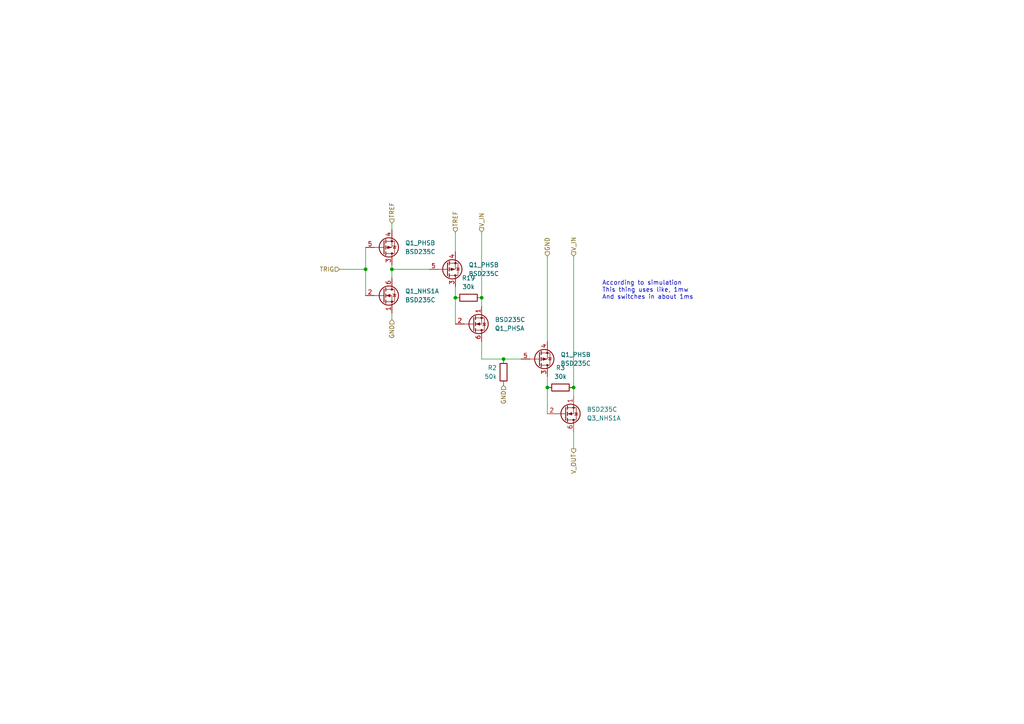
<source format=kicad_sch>
(kicad_sch (version 20230121) (generator eeschema)
  (paper "A4")
  (lib_symbols
    (symbol "Device:R" (pin_numbers hide) (pin_names (offset 0))
      (property "Reference" "R" (at 2.032 0 90))
      (property "Value" "R" (at 0 0 90))
      (symbol "R_0_1"
        (rectangle (start -1.016 -2.54) (end 1.016 2.54) (stroke (width 0.254)))
      )
      (symbol "R_1_1"
        (pin passive line (at 0 3.81 270) (length 1.27) (name "~") (number "1"))
        (pin passive line (at 0 -3.81 90) (length 1.27) (name "~") (number "2"))
      )
    )
    (symbol "Transistor_FET:BSD235C" (pin_names hide)
      (property "Reference" "Q" (at 5.08 2.54 0))
      (property "Value" "BSD235C" (at 5.08 0 0))
      (symbol "BSD235C_1_1"
        (polyline (pts (xy 0.254 -1.905) (xy 0.254 1.905)) (stroke (width 0.254)))
        (polyline (pts (xy 0.254 0) (xy -2.54 0)))
        (polyline (pts (xy 0.762 -2.286) (xy 0.762 -1.27)) (stroke (width 0.254)))
        (polyline (pts (xy 0.762 -0.508) (xy 0.762 0.508)) (stroke (width 0.254)))
        (polyline (pts (xy 0.762 1.27) (xy 0.762 2.286)) (stroke (width 0.254)))
        (polyline (pts (xy 2.54 1.905) (xy 2.54 2.54)))
        (polyline (pts (xy 2.54 -2.54) (xy 2.54 0) (xy 0.762 0)))
        (polyline (pts (xy 0.762 1.778) (xy 3.302 1.778) (xy 3.302 -1.778) (xy 0.762 -1.778)))
        (polyline (pts (xy 1.016 0) (xy 2.032 -0.381) (xy 2.032 0.381) (xy 1.016 0)) (fill (type outline)))
        (polyline (pts (xy 2.794 0.508) (xy 2.921 0.381) (xy 3.683 0.381) (xy 3.81 0.254)))
        (polyline (pts (xy 3.302 0.381) (xy 2.921 -0.254) (xy 3.683 -0.254) (xy 3.302 0.381)))
        (circle (center 1.651 0) (radius 2.794) (stroke (width 0.254)))
        (circle (center 2.54 -1.778) (radius 0.254) (fill (type outline)))
        (circle (center 2.54 1.778) (radius 0.254) (fill (type outline)))
        (pin passive line (at 2.54 -5.08 90) (length 2.54) (name "SN") (number "1"))
        (pin input line (at -5.08 0 0) (length 2.54) (name "GN") (number "2"))
        (pin passive line (at 2.54 5.08 270) (length 2.54) (name "DN") (number "6"))
      )
      (symbol "BSD235C_2_1"
        (polyline (pts (xy 0.254 0) (xy -2.54 0)))
        (polyline (pts (xy 0.254 1.905) (xy 0.254 -1.905)) (stroke (width 0.254)))
        (polyline (pts (xy 0.762 -1.27) (xy 0.762 -2.286)) (stroke (width 0.254)))
        (polyline (pts (xy 0.762 0.508) (xy 0.762 -0.508)) (stroke (width 0.254)))
        (polyline (pts (xy 0.762 2.286) (xy 0.762 1.27)) (stroke (width 0.254)))
        (polyline (pts (xy 2.54 -1.905) (xy 2.54 -2.54)))
        (polyline (pts (xy 2.54 2.54) (xy 2.54 0) (xy 0.762 0)))
        (polyline (pts (xy 0.762 -1.778) (xy 3.302 -1.778) (xy 3.302 1.778) (xy 0.762 1.778)))
        (polyline (pts (xy 2.286 0) (xy 1.27 -0.381) (xy 1.27 0.381) (xy 2.286 0)) (fill (type outline)))
        (polyline (pts (xy 2.794 0.508) (xy 2.921 0.381) (xy 3.683 0.381) (xy 3.81 0.254)))
        (polyline (pts (xy 3.302 0.381) (xy 2.921 -0.254) (xy 3.683 -0.254) (xy 3.302 0.381)))
        (circle (center 1.651 0) (radius 2.794) (stroke (width 0.254)))
        (circle (center 2.54 -1.778) (radius 0.254) (fill (type outline)))
        (circle (center 2.54 1.778) (radius 0.254) (fill (type outline)))
        (pin passive line (at 2.54 -5.08 90) (length 2.54) (name "DP") (number "3"))
        (pin passive line (at 2.54 5.08 270) (length 2.54) (name "SP") (number "4"))
        (pin input line (at -5.08 0 0) (length 2.54) (name "GP") (number "5"))
      )
    )
  )
  (junction (at 106.045 78.105))
  (junction (at 132.08 86.36))
  (junction (at 146.05 104.14))
  (junction (at 113.665 78.105))
  (junction (at 166.37 112.395))
  (junction (at 139.7 86.36))
  (junction (at 158.75 112.395))
  (wire (pts (xy 139.7 86.36) (xy 139.7 88.9)))
  (wire (pts (xy 139.7 104.14) (xy 139.7 99.06)))
  (wire (pts (xy 139.7 104.14) (xy 146.05 104.14)))
  (wire (pts (xy 98.425 78.105) (xy 106.045 78.105)))
  (wire (pts (xy 106.045 71.755) (xy 106.045 78.105)))
  (wire (pts (xy 113.665 78.105) (xy 113.665 80.645)))
  (wire (pts (xy 113.665 64.77) (xy 113.665 66.675)))
  (wire (pts (xy 113.665 92.71) (xy 113.665 90.805)))
  (wire (pts (xy 113.665 78.105) (xy 124.46 78.105)))
  (wire (pts (xy 166.37 125.095) (xy 166.37 130.175)))
  (wire (pts (xy 132.08 86.36) (xy 132.08 93.98)))
  (wire (pts (xy 146.05 104.14) (xy 151.13 104.14)))
  (wire (pts (xy 166.37 74.295) (xy 166.37 112.395)))
  (wire (pts (xy 132.08 83.185) (xy 132.08 86.36)))
  (wire (pts (xy 158.75 109.22) (xy 158.75 112.395)))
  (wire (pts (xy 132.08 67.31) (xy 132.08 73.025)))
  (wire (pts (xy 106.045 78.105) (xy 106.045 85.725)))
  (wire (pts (xy 158.75 112.395) (xy 158.75 120.015)))
  (wire (pts (xy 166.37 112.395) (xy 166.37 114.935)))
  (wire (pts (xy 158.75 74.295) (xy 158.75 99.06)))
  (wire (pts (xy 139.7 67.31) (xy 139.7 86.36)))
  (wire (pts (xy 113.665 76.835) (xy 113.665 78.105)))
  (text "According to simulation\nThis thing uses like, 1mw\nAnd switches in about 1ms" (at 174.625 86.995 0) (effects (font (size 1.27 1.27)) (justify left bottom)))
  (hierarchical_label "V_IN" (shape input) (at 166.37 74.295 90))
  (hierarchical_label "TRIG" (shape input) (at 98.425 78.105 180))
  (hierarchical_label "TREF" (shape input) (at 132.08 67.31 90))
  (hierarchical_label "TREF" (shape input) (at 113.665 64.77 90))
  (hierarchical_label "V_IN" (shape input) (at 139.7 67.31 90))
  (hierarchical_label "GND" (shape input) (at 146.05 111.76 270))
  (hierarchical_label "V_OUT" (shape output) (at 166.37 130.175 270))
  (hierarchical_label "GND" (shape input) (at 158.75 74.295 90))
  (hierarchical_label "GND" (shape input) (at 113.665 92.71 270))
  (symbol (lib_id "Device:R") (at 135.89 86.36 90) (mirror x) (unit 1)
    (property "Reference" "R19" (at 135.89 80.645 90))
    (property "Value" "30k" (at 135.89 83.185 90))
    (property "Footprint" "Resistor_SMD:R_0402_1005Metric" (effects hide))
    (property "MFR" "AECR0402F30K0K9" (effects hide))
    (property "LCSC" "C352437" (effects hide))
    (property "Description" "63mW Thick Film Resistors ±100ppm/℃ ±1% 30kΩ 0402  Chip Resistor - Surface Mount ROHS" (effects hide))
    (property "URL" "https://jlcpcb.com/partdetail/Resi-AECR0402F30K0K9/C352437" (effects hide))
  )
  (symbol (lib_id "Device:R") (at 162.56 112.395 90) (mirror x) (unit 1)
    (property "Reference" "R3" (at 162.56 106.68 90))
    (property "Value" "30k" (at 162.56 109.22 90))
    (property "Footprint" "Resistor_SMD:R_0402_1005Metric" (effects hide))
    (property "MFR" "AECR0402F30K0K9" (effects hide))
    (property "LCSC" "C352437" (effects hide))
    (property "Description" "63mW Thick Film Resistors ±100ppm/℃ ±1% 30kΩ 0402  Chip Resistor - Surface Mount ROHS" (effects hide))
    (property "URL" "https://jlcpcb.com/partdetail/Resi-AECR0402F30K0K9/C352437" (effects hide))
  )
  (symbol (lib_id "Device:R") (at 146.05 107.95 0) (mirror x) (unit 1)
    (property "Reference" "R2" (at 144.145 106.68 0) (effects (justify right)))
    (property "Value" "50k" (at 144.145 109.22 0) (effects (justify right)))
    (property "Footprint" "Resistor_SMD:R_0402_1005Metric" (effects hide))
    (property "MFR" "RC0402FR-0749K9L" (effects hide))
    (property "LCSC" "C137969" (effects hide))
    (property "Description" "62.5mW Thick Film Resistors ±100ppm/℃ ±1% 49.9kΩ 0402  Chip Resistor - Surface Mount ROHS" (effects hide))
    (property "URL" "https://jlcpcb.com/partdetail/Yageo-RC0402FR0749K9L/C137969" (effects hide))
    (property "Note" "Dunno why there's basically no 50k resistors??  But the exact value doesn't matter" (effects hide))
  )
  (symbol (lib_id "Transistor_FET:BSD235C") (at 111.125 71.755 0) (unit 2)
    (property "Reference" "Q1_PHS" (at 117.475 70.485 0) (effects (justify left)))
    (property "Value" "BSD235C" (at 117.475 73.025 0) (effects (justify left)))
    (property "Footprint" "Package_TO_SOT_SMD:SOT-363_SC-70-6" (effects hide))
    (property "Datasheet" "https://www.infineon.com/dgdl/Infineon-BSD235C-DS-v02_04-EN.pdf?fileId=db3a30433580b371013585a2d0d53326" (effects hide))
    (property "MFR" "CJ3439KDW" (effects hide))
    (property "LCSC" "C99824" (effects hide))
    (property "Description" "1PCSN-Channel&1PCSP-Channel SOT-323-6  MOSFETs ROHS" (effects hide))
    (property "URL" "https://jlcpcb.com/partdetail/101038-CJ3439KDW/C99824" (effects hide))
  )
  (symbol (lib_id "Transistor_FET:BSD235C") (at 137.16 93.98 0) (mirror x) (unit 1)
    (property "Reference" "Q1_PHS" (at 143.51 95.25 0) (effects (justify left)))
    (property "Value" "BSD235C" (at 143.51 92.71 0) (effects (justify left)))
    (property "Footprint" "Package_TO_SOT_SMD:SOT-363_SC-70-6" (effects hide))
    (property "Datasheet" "https://www.infineon.com/dgdl/Infineon-BSD235C-DS-v02_04-EN.pdf?fileId=db3a30433580b371013585a2d0d53326" (effects hide))
    (property "MFR" "CJ3439KDW" (effects hide))
    (property "LCSC" "C99824" (effects hide))
    (property "Description" "1PCSN-Channel&1PCSP-Channel SOT-323-6  MOSFETs ROHS" (effects hide))
    (property "URL" "https://jlcpcb.com/partdetail/101038-CJ3439KDW/C99824" (effects hide))
  )
  (symbol (lib_id "Transistor_FET:BSD235C") (at 111.125 85.725 0) (unit 1)
    (property "Reference" "Q1_NHS1" (at 117.475 84.455 0) (effects (justify left)))
    (property "Value" "BSD235C" (at 117.475 86.995 0) (effects (justify left)))
    (property "Footprint" "Package_TO_SOT_SMD:SOT-363_SC-70-6" (effects hide))
    (property "Datasheet" "https://www.infineon.com/dgdl/Infineon-BSD235C-DS-v02_04-EN.pdf?fileId=db3a30433580b371013585a2d0d53326" (effects hide))
    (property "MFR" "CJ3439KDW" (effects hide))
    (property "LCSC" "C99824" (effects hide))
    (property "Description" "1PCSN-Channel&1PCSP-Channel SOT-323-6  MOSFETs ROHS" (effects hide))
    (property "URL" "https://jlcpcb.com/partdetail/101038-CJ3439KDW/C99824" (effects hide))
  )
  (symbol (lib_id "Transistor_FET:BSD235C") (at 156.21 104.14 0) (unit 2)
    (property "Reference" "Q1_PHS" (at 162.56 102.87 0) (effects (justify left)))
    (property "Value" "BSD235C" (at 162.56 105.41 0) (effects (justify left)))
    (property "Footprint" "Package_TO_SOT_SMD:SOT-363_SC-70-6" (effects hide))
    (property "Datasheet" "https://www.infineon.com/dgdl/Infineon-BSD235C-DS-v02_04-EN.pdf?fileId=db3a30433580b371013585a2d0d53326" (effects hide))
    (property "MFR" "CJ3439KDW" (effects hide))
    (property "LCSC" "C99824" (effects hide))
    (property "Description" "1PCSN-Channel&1PCSP-Channel SOT-323-6  MOSFETs ROHS" (effects hide))
    (property "URL" "https://jlcpcb.com/partdetail/101038-CJ3439KDW/C99824" (effects hide))
  )
  (symbol (lib_id "Transistor_FET:BSD235C") (at 163.83 120.015 0) (mirror x) (unit 1)
    (property "Reference" "Q3_NHS1" (at 170.18 121.285 0) (effects (justify left)))
    (property "Value" "BSD235C" (at 170.18 118.745 0) (effects (justify left)))
    (property "Footprint" "Package_TO_SOT_SMD:SOT-363_SC-70-6" (effects hide))
    (property "Datasheet" "https://www.infineon.com/dgdl/Infineon-BSD235C-DS-v02_04-EN.pdf?fileId=db3a30433580b371013585a2d0d53326" (effects hide))
    (property "MFR" "CJ3439KDW" (effects hide))
    (property "LCSC" "C99824" (effects hide))
    (property "Description" "1PCSN-Channel&1PCSP-Channel SOT-323-6  MOSFETs ROHS" (effects hide))
    (property "URL" "https://jlcpcb.com/partdetail/101038-CJ3439KDW/C99824" (effects hide))
  )
  (symbol (lib_id "Transistor_FET:BSD235C") (at 129.54 78.105 0) (unit 2)
    (property "Reference" "Q1_PHS" (at 135.89 76.835 0) (effects (justify left)))
    (property "Value" "BSD235C" (at 135.89 79.375 0) (effects (justify left)))
    (property "Footprint" "Package_TO_SOT_SMD:SOT-363_SC-70-6" (effects hide))
    (property "Datasheet" "https://www.infineon.com/dgdl/Infineon-BSD235C-DS-v02_04-EN.pdf?fileId=db3a30433580b371013585a2d0d53326" (effects hide))
    (property "MFR" "CJ3439KDW" (effects hide))
    (property "LCSC" "C99824" (effects hide))
    (property "Description" "1PCSN-Channel&1PCSP-Channel SOT-323-6  MOSFETs ROHS" (effects hide))
    (property "URL" "https://jlcpcb.com/partdetail/101038-CJ3439KDW/C99824" (effects hide))
  )
)
</source>
